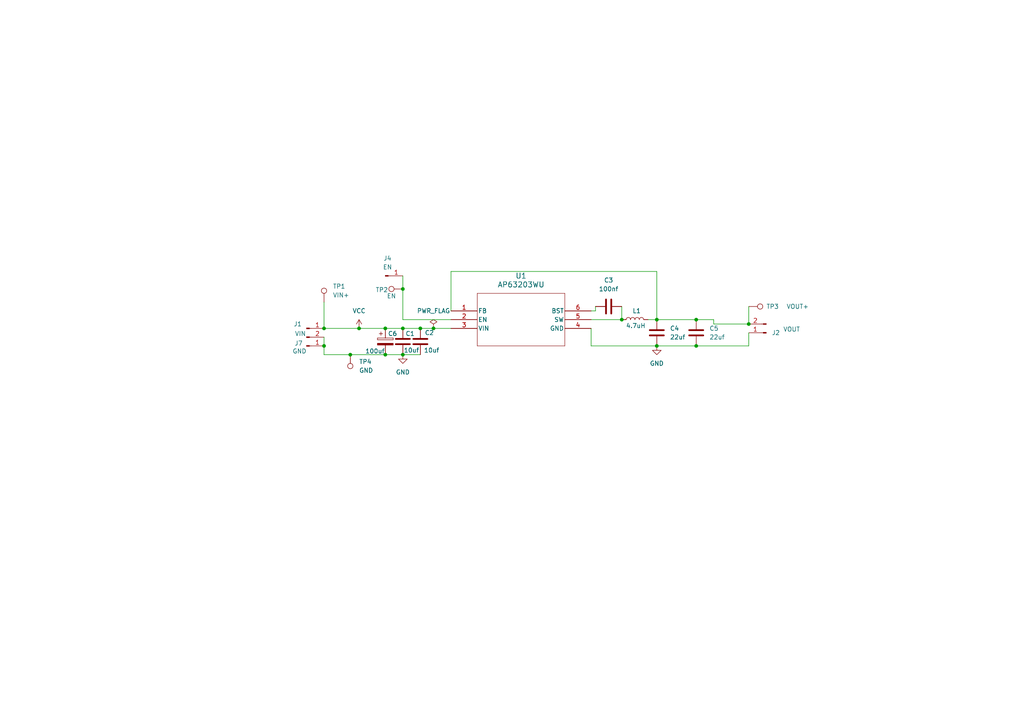
<source format=kicad_sch>
(kicad_sch (version 20250114) (generator "eeschema") (generator_version "9.0")
  (paper "A4")
  (lib_symbols
    (symbol "AP63203:AP63203WU-7" (pin_names (offset 0.254))
      (property "Reference" "U" (at 20.32 10.16 0))
      (property "Value" "AP63203WU-7" (at 20.32 7.62 0))
      (symbol "AP63203WU-7_0_1"
        (polyline (pts (xy 7.62 5.08) (xy 7.62 -10.16)) (stroke (width 0.127)))
        (polyline (pts (xy 7.62 -10.16) (xy 33.02 -10.16)) (stroke (width 0.127)))
        (polyline (pts (xy 33.02 5.08) (xy 7.62 5.08)) (stroke (width 0.127)))
        (polyline (pts (xy 33.02 -10.16) (xy 33.02 5.08)) (stroke (width 0.127)))
        (pin output line (at 0 0 0) (length 7.62) (name "FB") (number "1"))
        (pin input line (at 0 -2.54 0) (length 7.62) (name "EN") (number "2"))
        (pin power_in line (at 0 -5.08 0) (length 7.62) (name "VIN") (number "3"))
        (pin input line (at 40.64 0 180) (length 7.62) (name "BST") (number "6"))
        (pin output line (at 40.64 -2.54 180) (length 7.62) (name "SW") (number "5"))
        (pin power_out line (at 40.64 -5.08 180) (length 7.62) (name "GND") (number "4"))
      )
    )
    (symbol "Connector:Conn_01x01_Pin" (pin_names (offset 1.016) (hide yes))
      (property "Reference" "J" (at 0 2.54 0))
      (property "Value" "Conn_01x01_Pin" (at 0 -2.54 0))
      (symbol "Conn_01x01_Pin_1_1"
        (rectangle (start 0.8636 0.127) (end 0 -0.127) (stroke (width 0.1524)) (fill (type outline)))
        (polyline (pts (xy 1.27 0) (xy 0.8636 0)) (stroke (width 0.1524)))
        (pin passive line (at 5.08 0 180) (length 3.81) (name "Pin_1") (number "1"))
      )
    )
    (symbol "Connector:Conn_01x02_Pin" (pin_names (offset 1.016) (hide yes))
      (property "Reference" "J" (at 0 2.54 0))
      (property "Value" "Conn_01x02_Pin" (at 0 -5.08 0))
      (symbol "Conn_01x02_Pin_1_1"
        (rectangle (start 0.8636 0.127) (end 0 -0.127) (stroke (width 0.1524)) (fill (type outline)))
        (rectangle (start 0.8636 -2.413) (end 0 -2.667) (stroke (width 0.1524)) (fill (type outline)))
        (polyline (pts (xy 1.27 0) (xy 0.8636 0)) (stroke (width 0.1524)))
        (polyline (pts (xy 1.27 -2.54) (xy 0.8636 -2.54)) (stroke (width 0.1524)))
        (pin passive line (at 5.08 0 180) (length 3.81) (name "Pin_1") (number "1"))
        (pin passive line (at 5.08 -2.54 180) (length 3.81) (name "Pin_2") (number "2"))
      )
    )
    (symbol "Connector:TestPoint" (pin_numbers (hide yes)) (pin_names (offset 0.762) (hide yes))
      (property "Reference" "TP" (at 0 6.858 0))
      (property "Value" "TestPoint" (at 0 5.08 0))
      (symbol "TestPoint_0_1"
        (circle (center 0 3.302) (radius 0.762))
      )
      (symbol "TestPoint_1_1"
        (pin passive line (at 0 0 90) (length 2.54) (name "1") (number "1"))
      )
    )
    (symbol "Device:C" (pin_numbers (hide yes)) (pin_names (offset 0.254))
      (property "Reference" "C" (at 0.635 2.54 0))
      (property "Value" "C" (at 0.635 -2.54 0))
      (symbol "C_0_1"
        (polyline (pts (xy -2.032 0.762) (xy 2.032 0.762)) (stroke (width 0.508)))
        (polyline (pts (xy -2.032 -0.762) (xy 2.032 -0.762)) (stroke (width 0.508)))
      )
      (symbol "C_1_1"
        (pin passive line (at 0 3.81 270) (length 2.794) (name "~") (number "1"))
        (pin passive line (at 0 -3.81 90) (length 2.794) (name "~") (number "2"))
      )
    )
    (symbol "Device:C_Polarized" (pin_numbers (hide yes)) (pin_names (offset 0.254))
      (property "Reference" "C" (at 0.635 2.54 0))
      (property "Value" "C_Polarized" (at 0.635 -2.54 0))
      (symbol "C_Polarized_0_1"
        (rectangle (start -2.286 0.508) (end 2.286 1.016))
        (polyline (pts (xy -1.778 2.286) (xy -0.762 2.286)))
        (polyline (pts (xy -1.27 2.794) (xy -1.27 1.778)))
        (rectangle (start 2.286 -0.508) (end -2.286 -1.016) (fill (type outline)))
      )
      (symbol "C_Polarized_1_1"
        (pin passive line (at 0 3.81 270) (length 2.794) (name "~") (number "1"))
        (pin passive line (at 0 -3.81 90) (length 2.794) (name "~") (number "2"))
      )
    )
    (symbol "Device:L" (pin_numbers (hide yes)) (pin_names (offset 1.016) (hide yes))
      (property "Reference" "L" (at -1.27 0 90))
      (property "Value" "L" (at 1.905 0 90))
      (symbol "L_0_1"
        (arc (start 0 2.54) (mid 0.6323 1.905) (end 0 1.27))
        (arc (start 0 1.27) (mid 0.6323 0.635) (end 0 0))
        (arc (start 0 0) (mid 0.6323 -0.635) (end 0 -1.27))
        (arc (start 0 -1.27) (mid 0.6323 -1.905) (end 0 -2.54))
      )
      (symbol "L_1_1"
        (pin passive line (at 0 3.81 270) (length 1.27) (name "1") (number "1"))
        (pin passive line (at 0 -3.81 90) (length 1.27) (name "2") (number "2"))
      )
    )
    (symbol "power:GND" (power) (pin_numbers (hide yes)) (pin_names (offset 0) (hide yes))
      (property "Value" "GND" (at 0 -3.81 0))
      (symbol "GND_0_1"
        (polyline (pts (xy 0 0) (xy 0 -1.27) (xy 1.27 -1.27) (xy 0 -2.54) (xy -1.27 -1.27) (xy 0 -1.27)))
      )
      (symbol "GND_1_1"
        (pin power_in line (at 0 0 270) (length 0) (name "~") (number "1"))
      )
    )
    (symbol "power:PWR_FLAG" (power) (pin_numbers (hide yes)) (pin_names (offset 0) (hide yes))
      (property "Value" "PWR_FLAG" (at 0 3.81 0))
      (symbol "PWR_FLAG_0_0"
        (pin power_out line (at 0 0 90) (length 0) (name "~") (number "1"))
      )
      (symbol "PWR_FLAG_0_1"
        (polyline (pts (xy 0 0) (xy 0 1.27) (xy -1.016 1.905) (xy 0 2.54) (xy 1.016 1.905) (xy 0 1.27)))
      )
    )
    (symbol "power:VCC" (power) (pin_numbers (hide yes)) (pin_names (offset 0) (hide yes))
      (property "Value" "VCC" (at 0 3.556 0))
      (symbol "VCC_0_1"
        (polyline (pts (xy -0.762 1.27) (xy 0 2.54)))
        (polyline (pts (xy 0 2.54) (xy 0.762 1.27)))
        (polyline (pts (xy 0 0) (xy 0 2.54)))
      )
      (symbol "VCC_1_1"
        (pin power_in line (at 0 0 90) (length 0) (name "~") (number "1"))
      )
    )
  )
  (junction (at 217.17 93.98))
  (junction (at 201.93 100.33))
  (junction (at 116.84 102.87))
  (junction (at 180.34 92.71))
  (junction (at 101.6 102.87))
  (junction (at 111.76 95.25))
  (junction (at 111.76 102.87))
  (junction (at 104.14 95.25))
  (junction (at 190.5 100.33))
  (junction (at 93.98 100.33))
  (junction (at 116.84 95.25))
  (junction (at 190.5 92.71))
  (junction (at 201.93 92.71))
  (junction (at 116.84 83.82))
  (junction (at 125.73 95.25))
  (junction (at 121.92 95.25))
  (junction (at 93.98 95.25))
  (wire (pts (xy 101.6 102.87) (xy 111.76 102.87)))
  (wire (pts (xy 116.84 92.71) (xy 130.81 92.71)))
  (wire (pts (xy 217.17 88.9) (xy 217.17 93.98)))
  (wire (pts (xy 190.5 92.71) (xy 201.93 92.71)))
  (wire (pts (xy 217.17 93.98) (xy 207.01 93.98)))
  (wire (pts (xy 116.84 95.25) (xy 121.92 95.25)))
  (wire (pts (xy 190.5 78.74) (xy 190.5 92.71)))
  (wire (pts (xy 93.98 95.25) (xy 104.14 95.25)))
  (wire (pts (xy 116.84 80.01) (xy 116.84 83.82)))
  (wire (pts (xy 171.45 95.25) (xy 171.45 100.33)))
  (wire (pts (xy 201.93 100.33) (xy 217.17 100.33)))
  (wire (pts (xy 171.45 100.33) (xy 190.5 100.33)))
  (wire (pts (xy 121.92 95.25) (xy 125.73 95.25)))
  (wire (pts (xy 172.72 88.9) (xy 172.72 90.17)))
  (wire (pts (xy 93.98 87.63) (xy 93.98 95.25)))
  (wire (pts (xy 116.84 83.82) (xy 116.84 92.71)))
  (wire (pts (xy 125.73 95.25) (xy 130.81 95.25)))
  (wire (pts (xy 93.98 100.33) (xy 93.98 102.87)))
  (wire (pts (xy 130.81 90.17) (xy 130.81 78.74)))
  (wire (pts (xy 187.96 92.71) (xy 190.5 92.71)))
  (wire (pts (xy 171.45 92.71) (xy 180.34 92.71)))
  (wire (pts (xy 130.81 78.74) (xy 190.5 78.74)))
  (wire (pts (xy 207.01 93.98) (xy 207.01 92.71)))
  (wire (pts (xy 93.98 97.79) (xy 93.98 100.33)))
  (wire (pts (xy 190.5 100.33) (xy 201.93 100.33)))
  (wire (pts (xy 217.17 96.52) (xy 217.17 100.33)))
  (wire (pts (xy 201.93 92.71) (xy 207.01 92.71)))
  (wire (pts (xy 111.76 102.87) (xy 116.84 102.87)))
  (wire (pts (xy 93.98 102.87) (xy 101.6 102.87)))
  (wire (pts (xy 180.34 88.9) (xy 180.34 92.71)))
  (wire (pts (xy 172.72 90.17) (xy 171.45 90.17)))
  (wire (pts (xy 116.84 102.87) (xy 121.92 102.87)))
  (wire (pts (xy 104.14 95.25) (xy 111.76 95.25)))
  (wire (pts (xy 111.76 95.25) (xy 116.84 95.25)))
  (symbol (lib_id "Connector:Conn_01x01_Pin") (at 88.9 100.33 0) (unit 1)
    (property "Reference" "J7" (at 86.614 99.568 0))
    (property "Value" "GND" (at 86.868 101.854 0))
    (property "Footprint" "Connector_PinHeader_1.00mm:PinHeader_1x01_P1.00mm_Vertical" (effects (hide yes)))
    (property "Description" "Generic connector, single row, 01x01, script generated" (effects (hide yes)))
  )
  (symbol (lib_id "AP63203:AP63203WU-7") (at 130.81 90.17 0) (unit 1)
    (property "Reference" "U1" (at 151.13 80.01 0) (effects (font (size 1.524 1.524))))
    (property "Value" "AP63203WU" (at 151.13 82.55 0) (effects (font (size 1.524 1.524))))
    (property "Footprint" "AP63203.footprints:AP63203WU-7_DIO" (effects (hide yes)))
    (property "Datasheet" "AP63203WU-7" (effects (hide yes)))
  )
  (symbol (lib_id "power:VCC") (at 104.14 95.25 0) (unit 1)
    (property "Reference" "#PWR05" (effects (hide yes)))
    (property "Value" "VCC" (at 104.14 90.17 0))
    (property "Description" "Power symbol creates a global label with name \"VCC\"" (effects (hide yes)))
  )
  (symbol (lib_id "Connector:Conn_01x01_Pin") (at 111.76 80.01 0) (unit 1)
    (property "Reference" "J4" (at 112.395 74.93 0))
    (property "Value" "EN" (at 112.395 77.47 0))
    (property "Footprint" "Connector_PinHeader_1.00mm:PinHeader_1x01_P1.00mm_Vertical" (effects (hide yes)))
    (property "Description" "Generic connector, single row, 01x01, script generated" (effects (hide yes)))
  )
  (symbol (lib_id "Connector:Conn_01x02_Pin") (at 88.9 95.25 0) (unit 1)
    (property "Reference" "J1" (at 86.36 93.98 0))
    (property "Value" "VIN" (at 87.122 96.774 0))
    (property "Footprint" "Connector_PinHeader_2.54mm:PinHeader_1x02_P2.54mm_Vertical" (effects (hide yes)))
    (property "Description" "Generic connector, single row, 01x02, script generated" (effects (hide yes)))
  )
  (symbol (lib_id "power:GND") (at 190.5 100.33 0) (unit 1)
    (property "Reference" "#PWR03" (effects (hide yes)))
    (property "Value" "GND" (at 190.5 105.41 0))
    (property "Description" "Power symbol creates a global label with name \"GND\" , ground" (effects (hide yes)))
  )
  (symbol (lib_id "Device:C") (at 116.84 99.06 0) (unit 1)
    (property "Reference" "C1" (at 117.602 96.774 0) (effects (justify left)))
    (property "Value" "10uf" (at 117.094 101.6 0) (effects (justify left)))
    (property "Footprint" "Capacitor_SMD:C_1210_3225Metric_Pad1.33x2.70mm_HandSolder" (effects (hide yes)))
    (property "Description" "10uf 50v X7R" (effects (hide yes)))
  )
  (symbol (lib_id "Connector:TestPoint") (at 217.17 88.9 270) (unit 1)
    (property "Reference" "TP3" (at 222.25 88.9 90) (effects (justify left)))
    (property "Value" "VOUT+" (at 228.092 88.9 90) (effects (justify left)))
    (property "Footprint" "TestPoint:TestPoint_Pad_1.0x1.0mm" (effects (hide yes)))
    (property "Description" "test point" (effects (hide yes)))
  )
  (symbol (lib_id "power:GND") (at 116.84 102.87 0) (unit 1)
    (property "Reference" "#PWR02" (effects (hide yes)))
    (property "Value" "GND" (at 116.84 107.95 0))
    (property "Description" "Power symbol creates a global label with name \"GND\" , ground" (effects (hide yes)))
  )
  (symbol (lib_id "Device:C") (at 121.92 99.06 0) (unit 1)
    (property "Reference" "C2" (at 123.19 96.52 0) (effects (justify left)))
    (property "Value" "10uf" (at 122.936 101.6 0) (effects (justify left)))
    (property "Footprint" "Capacitor_SMD:C_1210_3225Metric_Pad1.33x2.70mm_HandSolder" (effects (hide yes)))
    (property "Description" "Unpolarized capacitor" (effects (hide yes)))
  )
  (symbol (lib_id "power:PWR_FLAG") (at 125.73 95.25 0) (unit 1)
    (property "Reference" "#FLG01" (effects (hide yes)))
    (property "Value" "PWR_FLAG" (at 125.73 90.17 0))
    (property "Description" "Special symbol for telling ERC where power comes from" (effects (hide yes)))
  )
  (symbol (lib_id "Device:C") (at 201.93 96.52 0) (unit 1)
    (property "Reference" "C5" (at 205.74 95.2499 0) (effects (justify left)))
    (property "Value" "22uf" (at 205.74 97.7899 0) (effects (justify left)))
    (property "Footprint" "Capacitor_SMD:C_1210_3225Metric_Pad1.33x2.70mm_HandSolder" (effects (hide yes)))
    (property "Description" "22uf - 16v - X7R" (effects (hide yes)))
  )
  (symbol (lib_id "Connector:TestPoint") (at 116.84 83.82 90) (unit 1)
    (property "Reference" "TP2" (at 110.744 84.074 90))
    (property "Value" "EN" (at 113.538 85.852 90))
    (property "Footprint" "TestPoint:TestPoint_Pad_1.0x1.0mm" (effects (hide yes)))
    (property "Description" "test point" (effects (hide yes)))
  )
  (symbol (lib_id "Device:C") (at 176.53 88.9 90) (unit 1)
    (property "Reference" "C3" (at 176.53 81.28 90))
    (property "Value" "100nf" (at 176.53 83.82 90))
    (property "Footprint" "Capacitor_SMD:C_0805_2012Metric_Pad1.18x1.45mm_HandSolder" (effects (hide yes)))
    (property "Description" "Unpolarized capacitor" (effects (hide yes)))
  )
  (symbol (lib_id "Connector:TestPoint") (at 93.98 87.63 0) (unit 1)
    (property "Reference" "TP1" (at 96.52 83.0579 0) (effects (justify left)))
    (property "Value" "VIN+" (at 96.52 85.5979 0) (effects (justify left)))
    (property "Footprint" "TestPoint:TestPoint_Pad_1.0x1.0mm" (effects (hide yes)))
    (property "Description" "test point" (effects (hide yes)))
  )
  (symbol (lib_id "Connector:Conn_01x02_Pin") (at 222.25 96.52 180) (unit 1)
    (property "Reference" "J2" (at 225.044 96.52 0))
    (property "Value" "VOUT" (at 229.616 95.504 0))
    (property "Footprint" "Connector_PinHeader_2.54mm:PinHeader_1x02_P2.54mm_Vertical" (effects (hide yes)))
    (property "Description" "Generic connector, single row, 01x02, script generated" (effects (hide yes)))
  )
  (symbol (lib_id "Connector:TestPoint") (at 101.6 102.87 180) (unit 1)
    (property "Reference" "TP4" (at 104.14 104.9019 0) (effects (justify right)))
    (property "Value" "GND" (at 104.14 107.4419 0) (effects (justify right)))
    (property "Footprint" "TestPoint:TestPoint_Pad_1.0x1.0mm" (effects (hide yes)))
    (property "Description" "test point" (effects (hide yes)))
  )
  (symbol (lib_id "Device:C_Polarized") (at 111.76 99.06 0) (unit 1)
    (property "Reference" "C6" (at 112.522 96.774 0) (effects (justify left)))
    (property "Value" "100uf" (at 105.918 101.854 0) (effects (justify left)))
    (property "Footprint" "Capacitor_SMD:C_Elec_6.3x7.7" (effects (hide yes)))
    (property "Description" "Polarized capacitor" (effects (hide yes)))
  )
  (symbol (lib_id "Device:L") (at 184.15 92.71 90) (unit 1)
    (property "Reference" "L1" (at 184.658 90.17 90))
    (property "Value" "4.7uH" (at 184.404 94.488 90))
    (property "Footprint" "Inductor_SMD:L_Bourns_SRR1260" (effects (hide yes)))
    (property "Description" "Power Shielded Wirewound 6.8uH 6.3A 0.018Ohm" (effects (hide yes)))
  )
  (symbol (lib_id "Device:C") (at 190.5 96.52 0) (unit 1)
    (property "Reference" "C4" (at 194.31 95.2499 0) (effects (justify left)))
    (property "Value" "22uf" (at 194.31 97.7899 0) (effects (justify left)))
    (property "Footprint" "Capacitor_SMD:C_1210_3225Metric_Pad1.33x2.70mm_HandSolder" (effects (hide yes)))
    (property "Description" "22uf - 16v - X7R" (effects (hide yes)))
  )
)
</source>
